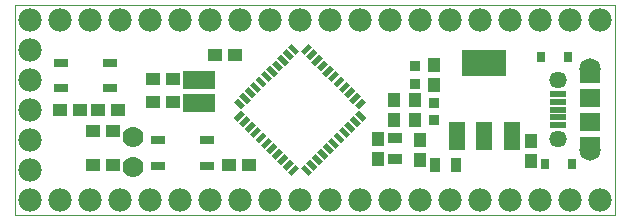
<source format=gts>
G75*
%MOIN*%
%OFA0B0*%
%FSLAX25Y25*%
%IPPOS*%
%LPD*%
%AMOC8*
5,1,8,0,0,1.08239X$1,22.5*
%
%ADD10C,0.00000*%
%ADD11R,0.04337X0.04731*%
%ADD12R,0.04731X0.04337*%
%ADD13R,0.03550X0.03550*%
%ADD14R,0.03550X0.05124*%
%ADD15C,0.07000*%
%ADD16C,0.07800*%
%ADD17R,0.03550X0.01778*%
%ADD18R,0.05124X0.03550*%
%ADD19R,0.02880X0.03668*%
%ADD20R,0.05200X0.09200*%
%ADD21R,0.14573X0.09061*%
%ADD22R,0.05715X0.01975*%
%ADD23R,0.06502X0.06306*%
%ADD24C,0.07191*%
%ADD25C,0.05746*%
%ADD26R,0.04534X0.02959*%
%ADD27R,0.11030X0.06306*%
D10*
X0027595Y0218000D02*
X0027595Y0288000D01*
X0227595Y0288000D01*
X0227595Y0218000D01*
X0027595Y0218000D01*
D11*
X0148595Y0236454D03*
X0148595Y0243146D03*
X0153895Y0249454D03*
X0160995Y0249554D03*
X0160995Y0256246D03*
X0153895Y0256146D03*
X0167295Y0261154D03*
X0167295Y0267846D03*
X0162595Y0243046D03*
X0162595Y0236354D03*
X0199495Y0235754D03*
X0199495Y0242446D03*
D12*
X0105658Y0234666D03*
X0098965Y0234666D03*
X0080242Y0255500D03*
X0073549Y0255500D03*
X0073649Y0263100D03*
X0080342Y0263100D03*
X0094149Y0271300D03*
X0100842Y0271300D03*
X0061942Y0253000D03*
X0055249Y0253000D03*
X0049142Y0253000D03*
X0042449Y0253000D03*
X0053449Y0245800D03*
X0060142Y0245800D03*
X0060142Y0234700D03*
X0053449Y0234700D03*
D13*
X0160995Y0261547D03*
X0160995Y0267453D03*
X0167295Y0255353D03*
X0167295Y0249447D03*
D14*
X0167452Y0234500D03*
X0174538Y0234500D03*
D15*
X0066995Y0233800D03*
X0066995Y0243800D03*
D16*
X0032595Y0243000D03*
X0032595Y0233000D03*
X0032595Y0223000D03*
X0042595Y0223000D03*
X0052595Y0223000D03*
X0062595Y0223000D03*
X0072595Y0223000D03*
X0082595Y0223000D03*
X0092595Y0223000D03*
X0102595Y0223000D03*
X0112595Y0223000D03*
X0122595Y0223000D03*
X0132595Y0223000D03*
X0142595Y0223000D03*
X0152595Y0223000D03*
X0162595Y0223000D03*
X0172595Y0223000D03*
X0182595Y0223000D03*
X0192595Y0223000D03*
X0202595Y0223000D03*
X0212595Y0223000D03*
X0222595Y0223000D03*
X0222595Y0283000D03*
X0212595Y0283000D03*
X0202595Y0283000D03*
X0192595Y0283000D03*
X0182595Y0283000D03*
X0172595Y0283000D03*
X0162595Y0283000D03*
X0152595Y0283000D03*
X0142595Y0283000D03*
X0132595Y0283000D03*
X0122595Y0283000D03*
X0112595Y0283000D03*
X0102595Y0283000D03*
X0092595Y0283000D03*
X0082595Y0283000D03*
X0072595Y0283000D03*
X0062595Y0283000D03*
X0052595Y0283000D03*
X0042595Y0283000D03*
X0032595Y0283000D03*
X0032595Y0273000D03*
X0032595Y0263000D03*
X0032595Y0253000D03*
D17*
G36*
X0103038Y0253205D02*
X0100529Y0255714D01*
X0101786Y0256971D01*
X0104295Y0254462D01*
X0103038Y0253205D01*
G37*
G36*
X0100529Y0250286D02*
X0103038Y0252795D01*
X0104295Y0251538D01*
X0101786Y0249029D01*
X0100529Y0250286D01*
G37*
G36*
X0102338Y0248477D02*
X0104847Y0250986D01*
X0106104Y0249729D01*
X0103595Y0247220D01*
X0102338Y0248477D01*
G37*
G36*
X0104148Y0246667D02*
X0106657Y0249176D01*
X0107914Y0247919D01*
X0105405Y0245410D01*
X0104148Y0246667D01*
G37*
G36*
X0105958Y0244858D02*
X0108467Y0247367D01*
X0109724Y0246110D01*
X0107215Y0243601D01*
X0105958Y0244858D01*
G37*
G36*
X0107767Y0243048D02*
X0110276Y0245557D01*
X0111533Y0244300D01*
X0109024Y0241791D01*
X0107767Y0243048D01*
G37*
G36*
X0109577Y0241238D02*
X0112086Y0243747D01*
X0113343Y0242490D01*
X0110834Y0239981D01*
X0109577Y0241238D01*
G37*
G36*
X0115152Y0240681D02*
X0112643Y0238172D01*
X0111386Y0239429D01*
X0113895Y0241938D01*
X0115152Y0240681D01*
G37*
G36*
X0116962Y0238871D02*
X0114453Y0236362D01*
X0113196Y0237619D01*
X0115705Y0240128D01*
X0116962Y0238871D01*
G37*
G36*
X0118771Y0237062D02*
X0116262Y0234553D01*
X0115005Y0235810D01*
X0117514Y0238319D01*
X0118771Y0237062D01*
G37*
G36*
X0120581Y0235252D02*
X0118072Y0232743D01*
X0116815Y0234000D01*
X0119324Y0236509D01*
X0120581Y0235252D01*
G37*
G36*
X0122390Y0233443D02*
X0119881Y0230934D01*
X0118624Y0232191D01*
X0121133Y0234700D01*
X0122390Y0233443D01*
G37*
G36*
X0125309Y0230934D02*
X0122800Y0233443D01*
X0124057Y0234700D01*
X0126566Y0232191D01*
X0125309Y0230934D01*
G37*
G36*
X0127119Y0232743D02*
X0124610Y0235252D01*
X0125867Y0236509D01*
X0128376Y0234000D01*
X0127119Y0232743D01*
G37*
G36*
X0128928Y0234553D02*
X0126419Y0237062D01*
X0127676Y0238319D01*
X0130185Y0235810D01*
X0128928Y0234553D01*
G37*
G36*
X0130738Y0236362D02*
X0128229Y0238871D01*
X0129486Y0240128D01*
X0131995Y0237619D01*
X0130738Y0236362D01*
G37*
G36*
X0132547Y0238172D02*
X0130038Y0240681D01*
X0131295Y0241938D01*
X0133804Y0239429D01*
X0132547Y0238172D01*
G37*
G36*
X0134357Y0239981D02*
X0131848Y0242490D01*
X0133105Y0243747D01*
X0135614Y0241238D01*
X0134357Y0239981D01*
G37*
G36*
X0134914Y0245557D02*
X0137423Y0243048D01*
X0136166Y0241791D01*
X0133657Y0244300D01*
X0134914Y0245557D01*
G37*
G36*
X0136724Y0247367D02*
X0139233Y0244858D01*
X0137976Y0243601D01*
X0135467Y0246110D01*
X0136724Y0247367D01*
G37*
G36*
X0138533Y0249176D02*
X0141042Y0246667D01*
X0139785Y0245410D01*
X0137276Y0247919D01*
X0138533Y0249176D01*
G37*
G36*
X0140343Y0250986D02*
X0142852Y0248477D01*
X0141595Y0247220D01*
X0139086Y0249729D01*
X0140343Y0250986D01*
G37*
G36*
X0142152Y0252795D02*
X0144661Y0250286D01*
X0143404Y0249029D01*
X0140895Y0251538D01*
X0142152Y0252795D01*
G37*
G36*
X0144661Y0255714D02*
X0142152Y0253205D01*
X0140895Y0254462D01*
X0143404Y0256971D01*
X0144661Y0255714D01*
G37*
G36*
X0142852Y0257523D02*
X0140343Y0255014D01*
X0139086Y0256271D01*
X0141595Y0258780D01*
X0142852Y0257523D01*
G37*
G36*
X0141042Y0259333D02*
X0138533Y0256824D01*
X0137276Y0258081D01*
X0139785Y0260590D01*
X0141042Y0259333D01*
G37*
G36*
X0139233Y0261142D02*
X0136724Y0258633D01*
X0135467Y0259890D01*
X0137976Y0262399D01*
X0139233Y0261142D01*
G37*
G36*
X0137423Y0262952D02*
X0134914Y0260443D01*
X0133657Y0261700D01*
X0136166Y0264209D01*
X0137423Y0262952D01*
G37*
G36*
X0135614Y0264762D02*
X0133105Y0262253D01*
X0131848Y0263510D01*
X0134357Y0266019D01*
X0135614Y0264762D01*
G37*
G36*
X0130038Y0265319D02*
X0132547Y0267828D01*
X0133804Y0266571D01*
X0131295Y0264062D01*
X0130038Y0265319D01*
G37*
G36*
X0128229Y0267129D02*
X0130738Y0269638D01*
X0131995Y0268381D01*
X0129486Y0265872D01*
X0128229Y0267129D01*
G37*
G36*
X0126419Y0268938D02*
X0128928Y0271447D01*
X0130185Y0270190D01*
X0127676Y0267681D01*
X0126419Y0268938D01*
G37*
G36*
X0124610Y0270748D02*
X0127119Y0273257D01*
X0128376Y0272000D01*
X0125867Y0269491D01*
X0124610Y0270748D01*
G37*
G36*
X0122800Y0272557D02*
X0125309Y0275066D01*
X0126566Y0273809D01*
X0124057Y0271300D01*
X0122800Y0272557D01*
G37*
G36*
X0119881Y0275066D02*
X0122390Y0272557D01*
X0121133Y0271300D01*
X0118624Y0273809D01*
X0119881Y0275066D01*
G37*
G36*
X0118072Y0273257D02*
X0120581Y0270748D01*
X0119324Y0269491D01*
X0116815Y0272000D01*
X0118072Y0273257D01*
G37*
G36*
X0116262Y0271447D02*
X0118771Y0268938D01*
X0117514Y0267681D01*
X0115005Y0270190D01*
X0116262Y0271447D01*
G37*
G36*
X0114453Y0269638D02*
X0116962Y0267129D01*
X0115705Y0265872D01*
X0113196Y0268381D01*
X0114453Y0269638D01*
G37*
G36*
X0112643Y0267828D02*
X0115152Y0265319D01*
X0113895Y0264062D01*
X0111386Y0266571D01*
X0112643Y0267828D01*
G37*
G36*
X0110834Y0266019D02*
X0113343Y0263510D01*
X0112086Y0262253D01*
X0109577Y0264762D01*
X0110834Y0266019D01*
G37*
G36*
X0110276Y0260443D02*
X0107767Y0262952D01*
X0109024Y0264209D01*
X0111533Y0261700D01*
X0110276Y0260443D01*
G37*
G36*
X0108467Y0258633D02*
X0105958Y0261142D01*
X0107215Y0262399D01*
X0109724Y0259890D01*
X0108467Y0258633D01*
G37*
G36*
X0106657Y0256824D02*
X0104148Y0259333D01*
X0105405Y0260590D01*
X0107914Y0258081D01*
X0106657Y0256824D01*
G37*
G36*
X0104847Y0255014D02*
X0102338Y0257523D01*
X0103595Y0258780D01*
X0106104Y0256271D01*
X0104847Y0255014D01*
G37*
D18*
X0154295Y0243543D03*
X0154295Y0236457D03*
D19*
X0204268Y0235000D03*
X0213323Y0235000D03*
X0211923Y0270600D03*
X0202868Y0270600D03*
D20*
X0193162Y0244146D03*
X0184062Y0244146D03*
X0174962Y0244146D03*
D21*
X0184062Y0268547D03*
D22*
X0208468Y0258107D03*
X0208468Y0255548D03*
X0208468Y0252989D03*
X0208468Y0250430D03*
X0208468Y0247871D03*
D23*
X0219098Y0249052D03*
X0219098Y0256926D03*
X0219098Y0264997D03*
X0219098Y0240981D03*
D24*
X0219098Y0239426D03*
X0219098Y0266552D03*
D25*
X0208468Y0262831D03*
X0208468Y0243146D03*
D26*
X0091464Y0242832D03*
X0091464Y0234368D03*
X0075126Y0234368D03*
X0075126Y0242832D03*
X0059364Y0260268D03*
X0059364Y0268732D03*
X0043026Y0268732D03*
X0043026Y0260268D03*
D27*
X0088995Y0262840D03*
X0088995Y0255360D03*
M02*

</source>
